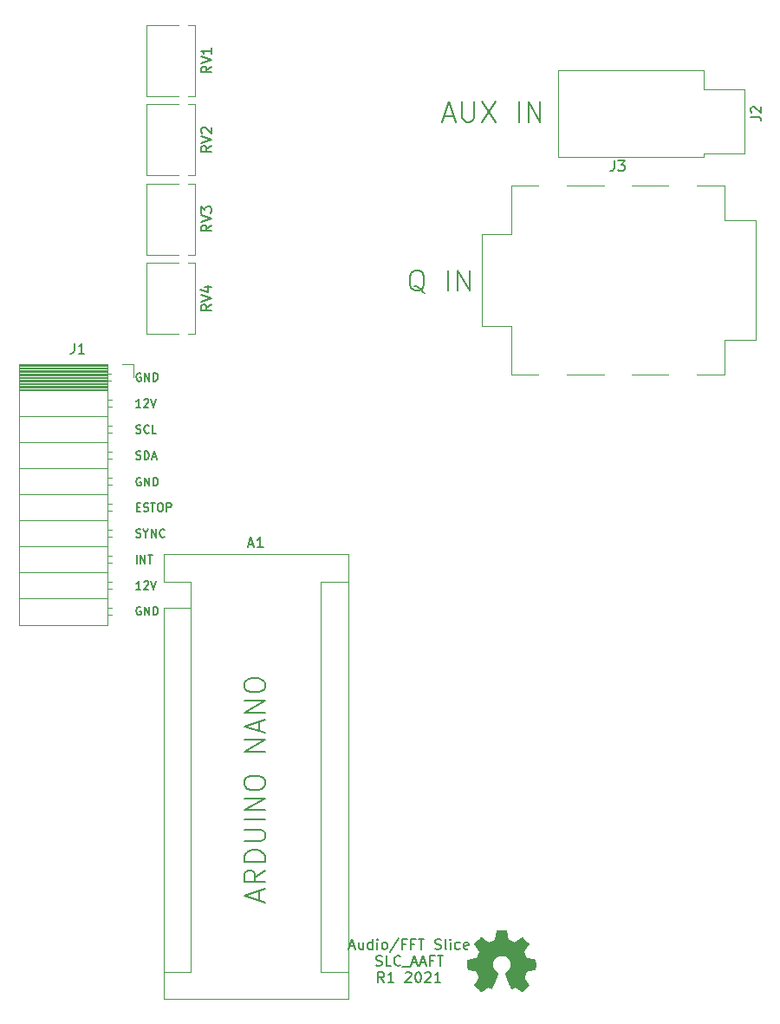
<source format=gbr>
%TF.GenerationSoftware,KiCad,Pcbnew,(6.0.4)*%
%TF.CreationDate,2023-07-24T12:51:13-04:00*%
%TF.ProjectId,BREAD_Slice,42524541-445f-4536-9c69-63652e6b6963,rev?*%
%TF.SameCoordinates,Original*%
%TF.FileFunction,Legend,Top*%
%TF.FilePolarity,Positive*%
%FSLAX46Y46*%
G04 Gerber Fmt 4.6, Leading zero omitted, Abs format (unit mm)*
G04 Created by KiCad (PCBNEW (6.0.4)) date 2023-07-24 12:51:13*
%MOMM*%
%LPD*%
G01*
G04 APERTURE LIST*
%ADD10C,0.150000*%
%ADD11C,0.120000*%
%ADD12C,0.010000*%
G04 APERTURE END LIST*
D10*
X130933334Y-84223809D02*
X131047619Y-84261904D01*
X131238095Y-84261904D01*
X131314286Y-84223809D01*
X131352381Y-84185714D01*
X131390476Y-84109523D01*
X131390476Y-84033333D01*
X131352381Y-83957142D01*
X131314286Y-83919047D01*
X131238095Y-83880952D01*
X131085715Y-83842857D01*
X131009524Y-83804761D01*
X130971429Y-83766666D01*
X130933334Y-83690476D01*
X130933334Y-83614285D01*
X130971429Y-83538095D01*
X131009524Y-83500000D01*
X131085715Y-83461904D01*
X131276191Y-83461904D01*
X131390476Y-83500000D01*
X132190476Y-84185714D02*
X132152381Y-84223809D01*
X132038095Y-84261904D01*
X131961905Y-84261904D01*
X131847619Y-84223809D01*
X131771429Y-84147619D01*
X131733334Y-84071428D01*
X131695238Y-83919047D01*
X131695238Y-83804761D01*
X131733334Y-83652380D01*
X131771429Y-83576190D01*
X131847619Y-83500000D01*
X131961905Y-83461904D01*
X132038095Y-83461904D01*
X132152381Y-83500000D01*
X132190476Y-83538095D01*
X132914286Y-84261904D02*
X132533334Y-84261904D01*
X132533334Y-83461904D01*
X151790475Y-134356666D02*
X152266665Y-134356666D01*
X151695237Y-134642380D02*
X152028570Y-133642380D01*
X152361903Y-134642380D01*
X153123808Y-133975714D02*
X153123808Y-134642380D01*
X152695237Y-133975714D02*
X152695237Y-134499523D01*
X152742856Y-134594761D01*
X152838094Y-134642380D01*
X152980951Y-134642380D01*
X153076189Y-134594761D01*
X153123808Y-134547142D01*
X154028570Y-134642380D02*
X154028570Y-133642380D01*
X154028570Y-134594761D02*
X153933332Y-134642380D01*
X153742856Y-134642380D01*
X153647618Y-134594761D01*
X153599999Y-134547142D01*
X153552379Y-134451904D01*
X153552379Y-134166190D01*
X153599999Y-134070952D01*
X153647618Y-134023333D01*
X153742856Y-133975714D01*
X153933332Y-133975714D01*
X154028570Y-134023333D01*
X154504760Y-134642380D02*
X154504760Y-133975714D01*
X154504760Y-133642380D02*
X154457141Y-133690000D01*
X154504760Y-133737619D01*
X154552379Y-133690000D01*
X154504760Y-133642380D01*
X154504760Y-133737619D01*
X155123808Y-134642380D02*
X155028570Y-134594761D01*
X154980951Y-134547142D01*
X154933332Y-134451904D01*
X154933332Y-134166190D01*
X154980951Y-134070952D01*
X155028570Y-134023333D01*
X155123808Y-133975714D01*
X155266665Y-133975714D01*
X155361903Y-134023333D01*
X155409522Y-134070952D01*
X155457141Y-134166190D01*
X155457141Y-134451904D01*
X155409522Y-134547142D01*
X155361903Y-134594761D01*
X155266665Y-134642380D01*
X155123808Y-134642380D01*
X156599999Y-133594761D02*
X155742856Y-134880476D01*
X157266665Y-134118571D02*
X156933332Y-134118571D01*
X156933332Y-134642380D02*
X156933332Y-133642380D01*
X157409522Y-133642380D01*
X158123808Y-134118571D02*
X157790475Y-134118571D01*
X157790475Y-134642380D02*
X157790475Y-133642380D01*
X158266665Y-133642380D01*
X158504760Y-133642380D02*
X159076189Y-133642380D01*
X158790475Y-134642380D02*
X158790475Y-133642380D01*
X160123808Y-134594761D02*
X160266665Y-134642380D01*
X160504760Y-134642380D01*
X160599999Y-134594761D01*
X160647618Y-134547142D01*
X160695237Y-134451904D01*
X160695237Y-134356666D01*
X160647618Y-134261428D01*
X160599999Y-134213809D01*
X160504760Y-134166190D01*
X160314284Y-134118571D01*
X160219046Y-134070952D01*
X160171427Y-134023333D01*
X160123808Y-133928095D01*
X160123808Y-133832857D01*
X160171427Y-133737619D01*
X160219046Y-133690000D01*
X160314284Y-133642380D01*
X160552379Y-133642380D01*
X160695237Y-133690000D01*
X161266665Y-134642380D02*
X161171427Y-134594761D01*
X161123808Y-134499523D01*
X161123808Y-133642380D01*
X161647618Y-134642380D02*
X161647618Y-133975714D01*
X161647618Y-133642380D02*
X161599999Y-133690000D01*
X161647618Y-133737619D01*
X161695237Y-133690000D01*
X161647618Y-133642380D01*
X161647618Y-133737619D01*
X162552379Y-134594761D02*
X162457141Y-134642380D01*
X162266665Y-134642380D01*
X162171427Y-134594761D01*
X162123808Y-134547142D01*
X162076189Y-134451904D01*
X162076189Y-134166190D01*
X162123808Y-134070952D01*
X162171427Y-134023333D01*
X162266665Y-133975714D01*
X162457141Y-133975714D01*
X162552379Y-134023333D01*
X163361903Y-134594761D02*
X163266665Y-134642380D01*
X163076189Y-134642380D01*
X162980951Y-134594761D01*
X162933332Y-134499523D01*
X162933332Y-134118571D01*
X162980951Y-134023333D01*
X163076189Y-133975714D01*
X163266665Y-133975714D01*
X163361903Y-134023333D01*
X163409522Y-134118571D01*
X163409522Y-134213809D01*
X162933332Y-134309047D01*
X154361903Y-136204761D02*
X154504760Y-136252380D01*
X154742856Y-136252380D01*
X154838094Y-136204761D01*
X154885713Y-136157142D01*
X154933332Y-136061904D01*
X154933332Y-135966666D01*
X154885713Y-135871428D01*
X154838094Y-135823809D01*
X154742856Y-135776190D01*
X154552379Y-135728571D01*
X154457141Y-135680952D01*
X154409522Y-135633333D01*
X154361903Y-135538095D01*
X154361903Y-135442857D01*
X154409522Y-135347619D01*
X154457141Y-135300000D01*
X154552379Y-135252380D01*
X154790475Y-135252380D01*
X154933332Y-135300000D01*
X155838094Y-136252380D02*
X155361903Y-136252380D01*
X155361903Y-135252380D01*
X156742856Y-136157142D02*
X156695237Y-136204761D01*
X156552379Y-136252380D01*
X156457141Y-136252380D01*
X156314284Y-136204761D01*
X156219046Y-136109523D01*
X156171427Y-136014285D01*
X156123808Y-135823809D01*
X156123808Y-135680952D01*
X156171427Y-135490476D01*
X156219046Y-135395238D01*
X156314284Y-135300000D01*
X156457141Y-135252380D01*
X156552379Y-135252380D01*
X156695237Y-135300000D01*
X156742856Y-135347619D01*
X156933332Y-136347619D02*
X157695237Y-136347619D01*
X157885713Y-135966666D02*
X158361903Y-135966666D01*
X157790475Y-136252380D02*
X158123808Y-135252380D01*
X158457141Y-136252380D01*
X158742856Y-135966666D02*
X159219046Y-135966666D01*
X158647618Y-136252380D02*
X158980951Y-135252380D01*
X159314284Y-136252380D01*
X159980951Y-135728571D02*
X159647618Y-135728571D01*
X159647618Y-136252380D02*
X159647618Y-135252380D01*
X160123808Y-135252380D01*
X160361903Y-135252380D02*
X160933332Y-135252380D01*
X160647618Y-136252380D02*
X160647618Y-135252380D01*
X155147618Y-137862380D02*
X154814284Y-137386190D01*
X154576189Y-137862380D02*
X154576189Y-136862380D01*
X154957141Y-136862380D01*
X155052379Y-136910000D01*
X155099999Y-136957619D01*
X155147618Y-137052857D01*
X155147618Y-137195714D01*
X155099999Y-137290952D01*
X155052379Y-137338571D01*
X154957141Y-137386190D01*
X154576189Y-137386190D01*
X156099999Y-137862380D02*
X155528570Y-137862380D01*
X155814284Y-137862380D02*
X155814284Y-136862380D01*
X155719046Y-137005238D01*
X155623808Y-137100476D01*
X155528570Y-137148095D01*
X157242856Y-136957619D02*
X157290475Y-136910000D01*
X157385713Y-136862380D01*
X157623808Y-136862380D01*
X157719046Y-136910000D01*
X157766665Y-136957619D01*
X157814284Y-137052857D01*
X157814284Y-137148095D01*
X157766665Y-137290952D01*
X157195237Y-137862380D01*
X157814284Y-137862380D01*
X158433332Y-136862380D02*
X158528570Y-136862380D01*
X158623808Y-136910000D01*
X158671427Y-136957619D01*
X158719046Y-137052857D01*
X158766665Y-137243333D01*
X158766665Y-137481428D01*
X158719046Y-137671904D01*
X158671427Y-137767142D01*
X158623808Y-137814761D01*
X158528570Y-137862380D01*
X158433332Y-137862380D01*
X158338094Y-137814761D01*
X158290475Y-137767142D01*
X158242856Y-137671904D01*
X158195237Y-137481428D01*
X158195237Y-137243333D01*
X158242856Y-137052857D01*
X158290475Y-136957619D01*
X158338094Y-136910000D01*
X158433332Y-136862380D01*
X159147618Y-136957619D02*
X159195237Y-136910000D01*
X159290475Y-136862380D01*
X159528570Y-136862380D01*
X159623808Y-136910000D01*
X159671427Y-136957619D01*
X159719046Y-137052857D01*
X159719046Y-137148095D01*
X159671427Y-137290952D01*
X159099999Y-137862380D01*
X159719046Y-137862380D01*
X160671427Y-137862380D02*
X160099999Y-137862380D01*
X160385713Y-137862380D02*
X160385713Y-136862380D01*
X160290475Y-137005238D01*
X160195237Y-137100476D01*
X160099999Y-137148095D01*
X131390476Y-88600000D02*
X131314285Y-88561904D01*
X131200000Y-88561904D01*
X131085714Y-88600000D01*
X131009523Y-88676190D01*
X130971428Y-88752380D01*
X130933333Y-88904761D01*
X130933333Y-89019047D01*
X130971428Y-89171428D01*
X131009523Y-89247619D01*
X131085714Y-89323809D01*
X131200000Y-89361904D01*
X131276190Y-89361904D01*
X131390476Y-89323809D01*
X131428571Y-89285714D01*
X131428571Y-89019047D01*
X131276190Y-89019047D01*
X131771428Y-89361904D02*
X131771428Y-88561904D01*
X132228571Y-89361904D01*
X132228571Y-88561904D01*
X132609523Y-89361904D02*
X132609523Y-88561904D01*
X132800000Y-88561904D01*
X132914285Y-88600000D01*
X132990476Y-88676190D01*
X133028571Y-88752380D01*
X133066666Y-88904761D01*
X133066666Y-89019047D01*
X133028571Y-89171428D01*
X132990476Y-89247619D01*
X132914285Y-89323809D01*
X132800000Y-89361904D01*
X132609523Y-89361904D01*
X130971428Y-91442857D02*
X131238095Y-91442857D01*
X131352380Y-91861904D02*
X130971428Y-91861904D01*
X130971428Y-91061904D01*
X131352380Y-91061904D01*
X131657142Y-91823809D02*
X131771428Y-91861904D01*
X131961904Y-91861904D01*
X132038095Y-91823809D01*
X132076190Y-91785714D01*
X132114285Y-91709523D01*
X132114285Y-91633333D01*
X132076190Y-91557142D01*
X132038095Y-91519047D01*
X131961904Y-91480952D01*
X131809523Y-91442857D01*
X131733333Y-91404761D01*
X131695238Y-91366666D01*
X131657142Y-91290476D01*
X131657142Y-91214285D01*
X131695238Y-91138095D01*
X131733333Y-91100000D01*
X131809523Y-91061904D01*
X131999999Y-91061904D01*
X132114285Y-91100000D01*
X132342857Y-91061904D02*
X132799999Y-91061904D01*
X132571428Y-91861904D02*
X132571428Y-91061904D01*
X133219047Y-91061904D02*
X133371428Y-91061904D01*
X133447619Y-91100000D01*
X133523809Y-91176190D01*
X133561904Y-91328571D01*
X133561904Y-91595238D01*
X133523809Y-91747619D01*
X133447619Y-91823809D01*
X133371428Y-91861904D01*
X133219047Y-91861904D01*
X133142857Y-91823809D01*
X133066666Y-91747619D01*
X133028571Y-91595238D01*
X133028571Y-91328571D01*
X133066666Y-91176190D01*
X133142857Y-91100000D01*
X133219047Y-91061904D01*
X133904761Y-91861904D02*
X133904761Y-91061904D01*
X134209523Y-91061904D01*
X134285714Y-91100000D01*
X134323809Y-91138095D01*
X134361904Y-91214285D01*
X134361904Y-91328571D01*
X134323809Y-91404761D01*
X134285714Y-91442857D01*
X134209523Y-91480952D01*
X133904761Y-91480952D01*
X131390476Y-81711904D02*
X130933334Y-81711904D01*
X131161905Y-81711904D02*
X131161905Y-80911904D01*
X131085715Y-81026190D01*
X131009524Y-81102380D01*
X130933334Y-81140476D01*
X131695238Y-80988095D02*
X131733334Y-80950000D01*
X131809524Y-80911904D01*
X132000000Y-80911904D01*
X132076191Y-80950000D01*
X132114286Y-80988095D01*
X132152381Y-81064285D01*
X132152381Y-81140476D01*
X132114286Y-81254761D01*
X131657143Y-81711904D01*
X132152381Y-81711904D01*
X132380953Y-80911904D02*
X132647619Y-81711904D01*
X132914286Y-80911904D01*
X130971428Y-96961904D02*
X130971428Y-96161904D01*
X131352380Y-96961904D02*
X131352380Y-96161904D01*
X131809523Y-96961904D01*
X131809523Y-96161904D01*
X132076190Y-96161904D02*
X132533333Y-96161904D01*
X132304761Y-96961904D02*
X132304761Y-96161904D01*
X130933333Y-94373809D02*
X131047619Y-94411904D01*
X131238095Y-94411904D01*
X131314286Y-94373809D01*
X131352381Y-94335714D01*
X131390476Y-94259523D01*
X131390476Y-94183333D01*
X131352381Y-94107142D01*
X131314286Y-94069047D01*
X131238095Y-94030952D01*
X131085714Y-93992857D01*
X131009524Y-93954761D01*
X130971429Y-93916666D01*
X130933333Y-93840476D01*
X130933333Y-93764285D01*
X130971429Y-93688095D01*
X131009524Y-93650000D01*
X131085714Y-93611904D01*
X131276190Y-93611904D01*
X131390476Y-93650000D01*
X131885714Y-94030952D02*
X131885714Y-94411904D01*
X131619048Y-93611904D02*
X131885714Y-94030952D01*
X132152381Y-93611904D01*
X132419048Y-94411904D02*
X132419048Y-93611904D01*
X132876190Y-94411904D01*
X132876190Y-93611904D01*
X133714286Y-94335714D02*
X133676190Y-94373809D01*
X133561905Y-94411904D01*
X133485714Y-94411904D01*
X133371429Y-94373809D01*
X133295238Y-94297619D01*
X133257143Y-94221428D01*
X133219048Y-94069047D01*
X133219048Y-93954761D01*
X133257143Y-93802380D01*
X133295238Y-93726190D01*
X133371429Y-93650000D01*
X133485714Y-93611904D01*
X133561905Y-93611904D01*
X133676190Y-93650000D01*
X133714286Y-93688095D01*
X159126190Y-70545238D02*
X158935714Y-70450000D01*
X158745238Y-70259523D01*
X158459523Y-69973809D01*
X158269047Y-69878571D01*
X158078571Y-69878571D01*
X158173809Y-70354761D02*
X157983333Y-70259523D01*
X157792857Y-70069047D01*
X157697619Y-69688095D01*
X157697619Y-69021428D01*
X157792857Y-68640476D01*
X157983333Y-68450000D01*
X158173809Y-68354761D01*
X158554761Y-68354761D01*
X158745238Y-68450000D01*
X158935714Y-68640476D01*
X159030952Y-69021428D01*
X159030952Y-69688095D01*
X158935714Y-70069047D01*
X158745238Y-70259523D01*
X158554761Y-70354761D01*
X158173809Y-70354761D01*
X161411904Y-70354761D02*
X161411904Y-68354761D01*
X162364285Y-70354761D02*
X162364285Y-68354761D01*
X163507142Y-70354761D01*
X163507142Y-68354761D01*
X131390476Y-101250000D02*
X131314285Y-101211904D01*
X131200000Y-101211904D01*
X131085714Y-101250000D01*
X131009523Y-101326190D01*
X130971428Y-101402380D01*
X130933333Y-101554761D01*
X130933333Y-101669047D01*
X130971428Y-101821428D01*
X131009523Y-101897619D01*
X131085714Y-101973809D01*
X131200000Y-102011904D01*
X131276190Y-102011904D01*
X131390476Y-101973809D01*
X131428571Y-101935714D01*
X131428571Y-101669047D01*
X131276190Y-101669047D01*
X131771428Y-102011904D02*
X131771428Y-101211904D01*
X132228571Y-102011904D01*
X132228571Y-101211904D01*
X132609523Y-102011904D02*
X132609523Y-101211904D01*
X132800000Y-101211904D01*
X132914285Y-101250000D01*
X132990476Y-101326190D01*
X133028571Y-101402380D01*
X133066666Y-101554761D01*
X133066666Y-101669047D01*
X133028571Y-101821428D01*
X132990476Y-101897619D01*
X132914285Y-101973809D01*
X132800000Y-102011904D01*
X132609523Y-102011904D01*
X160988095Y-53283333D02*
X161940476Y-53283333D01*
X160797619Y-53854761D02*
X161464285Y-51854761D01*
X162130952Y-53854761D01*
X162797619Y-51854761D02*
X162797619Y-53473809D01*
X162892857Y-53664285D01*
X162988095Y-53759523D01*
X163178571Y-53854761D01*
X163559523Y-53854761D01*
X163750000Y-53759523D01*
X163845238Y-53664285D01*
X163940476Y-53473809D01*
X163940476Y-51854761D01*
X164702380Y-51854761D02*
X166035714Y-53854761D01*
X166035714Y-51854761D02*
X164702380Y-53854761D01*
X168321428Y-53854761D02*
X168321428Y-51854761D01*
X169273809Y-53854761D02*
X169273809Y-51854761D01*
X170416666Y-53854761D01*
X170416666Y-51854761D01*
X131390476Y-99511904D02*
X130933334Y-99511904D01*
X131161905Y-99511904D02*
X131161905Y-98711904D01*
X131085715Y-98826190D01*
X131009524Y-98902380D01*
X130933334Y-98940476D01*
X131695238Y-98788095D02*
X131733334Y-98750000D01*
X131809524Y-98711904D01*
X132000000Y-98711904D01*
X132076191Y-98750000D01*
X132114286Y-98788095D01*
X132152381Y-98864285D01*
X132152381Y-98940476D01*
X132114286Y-99054761D01*
X131657143Y-99511904D01*
X132152381Y-99511904D01*
X132380953Y-98711904D02*
X132647619Y-99511904D01*
X132914286Y-98711904D01*
X142943333Y-129907142D02*
X142943333Y-128954761D01*
X143514761Y-130097619D02*
X141514761Y-129430952D01*
X143514761Y-128764285D01*
X143514761Y-126954761D02*
X142562380Y-127621428D01*
X143514761Y-128097619D02*
X141514761Y-128097619D01*
X141514761Y-127335714D01*
X141610000Y-127145238D01*
X141705238Y-127050000D01*
X141895714Y-126954761D01*
X142181428Y-126954761D01*
X142371904Y-127050000D01*
X142467142Y-127145238D01*
X142562380Y-127335714D01*
X142562380Y-128097619D01*
X143514761Y-126097619D02*
X141514761Y-126097619D01*
X141514761Y-125621428D01*
X141610000Y-125335714D01*
X141800476Y-125145238D01*
X141990952Y-125050000D01*
X142371904Y-124954761D01*
X142657619Y-124954761D01*
X143038571Y-125050000D01*
X143229047Y-125145238D01*
X143419523Y-125335714D01*
X143514761Y-125621428D01*
X143514761Y-126097619D01*
X141514761Y-124097619D02*
X143133809Y-124097619D01*
X143324285Y-124002380D01*
X143419523Y-123907142D01*
X143514761Y-123716666D01*
X143514761Y-123335714D01*
X143419523Y-123145238D01*
X143324285Y-123050000D01*
X143133809Y-122954761D01*
X141514761Y-122954761D01*
X143514761Y-122002380D02*
X141514761Y-122002380D01*
X143514761Y-121050000D02*
X141514761Y-121050000D01*
X143514761Y-119907142D01*
X141514761Y-119907142D01*
X141514761Y-118573809D02*
X141514761Y-118192857D01*
X141610000Y-118002380D01*
X141800476Y-117811904D01*
X142181428Y-117716666D01*
X142848095Y-117716666D01*
X143229047Y-117811904D01*
X143419523Y-118002380D01*
X143514761Y-118192857D01*
X143514761Y-118573809D01*
X143419523Y-118764285D01*
X143229047Y-118954761D01*
X142848095Y-119050000D01*
X142181428Y-119050000D01*
X141800476Y-118954761D01*
X141610000Y-118764285D01*
X141514761Y-118573809D01*
X143514761Y-115335714D02*
X141514761Y-115335714D01*
X143514761Y-114192857D01*
X141514761Y-114192857D01*
X142943333Y-113335714D02*
X142943333Y-112383333D01*
X143514761Y-113526190D02*
X141514761Y-112859523D01*
X143514761Y-112192857D01*
X143514761Y-111526190D02*
X141514761Y-111526190D01*
X143514761Y-110383333D01*
X141514761Y-110383333D01*
X141514761Y-109050000D02*
X141514761Y-108669047D01*
X141610000Y-108478571D01*
X141800476Y-108288095D01*
X142181428Y-108192857D01*
X142848095Y-108192857D01*
X143229047Y-108288095D01*
X143419523Y-108478571D01*
X143514761Y-108669047D01*
X143514761Y-109050000D01*
X143419523Y-109240476D01*
X143229047Y-109430952D01*
X142848095Y-109526190D01*
X142181428Y-109526190D01*
X141800476Y-109430952D01*
X141610000Y-109240476D01*
X141514761Y-109050000D01*
X130933333Y-86773809D02*
X131047619Y-86811904D01*
X131238095Y-86811904D01*
X131314285Y-86773809D01*
X131352381Y-86735714D01*
X131390476Y-86659523D01*
X131390476Y-86583333D01*
X131352381Y-86507142D01*
X131314285Y-86469047D01*
X131238095Y-86430952D01*
X131085714Y-86392857D01*
X131009523Y-86354761D01*
X130971428Y-86316666D01*
X130933333Y-86240476D01*
X130933333Y-86164285D01*
X130971428Y-86088095D01*
X131009523Y-86050000D01*
X131085714Y-86011904D01*
X131276190Y-86011904D01*
X131390476Y-86050000D01*
X131733333Y-86811904D02*
X131733333Y-86011904D01*
X131923809Y-86011904D01*
X132038095Y-86050000D01*
X132114285Y-86126190D01*
X132152381Y-86202380D01*
X132190476Y-86354761D01*
X132190476Y-86469047D01*
X132152381Y-86621428D01*
X132114285Y-86697619D01*
X132038095Y-86773809D01*
X131923809Y-86811904D01*
X131733333Y-86811904D01*
X132495238Y-86583333D02*
X132876190Y-86583333D01*
X132419047Y-86811904D02*
X132685714Y-86011904D01*
X132952381Y-86811904D01*
X131390476Y-78400000D02*
X131314285Y-78361904D01*
X131200000Y-78361904D01*
X131085714Y-78400000D01*
X131009523Y-78476190D01*
X130971428Y-78552380D01*
X130933333Y-78704761D01*
X130933333Y-78819047D01*
X130971428Y-78971428D01*
X131009523Y-79047619D01*
X131085714Y-79123809D01*
X131200000Y-79161904D01*
X131276190Y-79161904D01*
X131390476Y-79123809D01*
X131428571Y-79085714D01*
X131428571Y-78819047D01*
X131276190Y-78819047D01*
X131771428Y-79161904D02*
X131771428Y-78361904D01*
X132228571Y-79161904D01*
X132228571Y-78361904D01*
X132609523Y-79161904D02*
X132609523Y-78361904D01*
X132800000Y-78361904D01*
X132914285Y-78400000D01*
X132990476Y-78476190D01*
X133028571Y-78552380D01*
X133066666Y-78704761D01*
X133066666Y-78819047D01*
X133028571Y-78971428D01*
X132990476Y-79047619D01*
X132914285Y-79123809D01*
X132800000Y-79161904D01*
X132609523Y-79161904D01*
%TO.C,A1*%
X141905714Y-95086666D02*
X142381904Y-95086666D01*
X141810476Y-95372380D02*
X142143809Y-94372380D01*
X142477142Y-95372380D01*
X143334285Y-95372380D02*
X142762857Y-95372380D01*
X143048571Y-95372380D02*
X143048571Y-94372380D01*
X142953333Y-94515238D01*
X142858095Y-94610476D01*
X142762857Y-94658095D01*
%TO.C,J1*%
X124886666Y-75482380D02*
X124886666Y-76196666D01*
X124839047Y-76339523D01*
X124743809Y-76434761D01*
X124600952Y-76482380D01*
X124505714Y-76482380D01*
X125886666Y-76482380D02*
X125315238Y-76482380D01*
X125600952Y-76482380D02*
X125600952Y-75482380D01*
X125505714Y-75625238D01*
X125410476Y-75720476D01*
X125315238Y-75768095D01*
%TO.C,J3*%
X177638666Y-57639380D02*
X177638666Y-58353666D01*
X177591047Y-58496523D01*
X177495809Y-58591761D01*
X177352952Y-58639380D01*
X177257714Y-58639380D01*
X178019619Y-57639380D02*
X178638666Y-57639380D01*
X178305333Y-58020333D01*
X178448190Y-58020333D01*
X178543428Y-58067952D01*
X178591047Y-58115571D01*
X178638666Y-58210809D01*
X178638666Y-58448904D01*
X178591047Y-58544142D01*
X178543428Y-58591761D01*
X178448190Y-58639380D01*
X178162476Y-58639380D01*
X178067238Y-58591761D01*
X178019619Y-58544142D01*
%TO.C,RV1*%
X138276380Y-48447238D02*
X137800190Y-48780571D01*
X138276380Y-49018666D02*
X137276380Y-49018666D01*
X137276380Y-48637714D01*
X137324000Y-48542476D01*
X137371619Y-48494857D01*
X137466857Y-48447238D01*
X137609714Y-48447238D01*
X137704952Y-48494857D01*
X137752571Y-48542476D01*
X137800190Y-48637714D01*
X137800190Y-49018666D01*
X137276380Y-48161523D02*
X138276380Y-47828190D01*
X137276380Y-47494857D01*
X138276380Y-46637714D02*
X138276380Y-47209142D01*
X138276380Y-46923428D02*
X137276380Y-46923428D01*
X137419238Y-47018666D01*
X137514476Y-47113904D01*
X137562095Y-47209142D01*
%TO.C,RV2*%
X138276380Y-56194238D02*
X137800190Y-56527571D01*
X138276380Y-56765666D02*
X137276380Y-56765666D01*
X137276380Y-56384714D01*
X137324000Y-56289476D01*
X137371619Y-56241857D01*
X137466857Y-56194238D01*
X137609714Y-56194238D01*
X137704952Y-56241857D01*
X137752571Y-56289476D01*
X137800190Y-56384714D01*
X137800190Y-56765666D01*
X137276380Y-55908523D02*
X138276380Y-55575190D01*
X137276380Y-55241857D01*
X137371619Y-54956142D02*
X137324000Y-54908523D01*
X137276380Y-54813285D01*
X137276380Y-54575190D01*
X137324000Y-54479952D01*
X137371619Y-54432333D01*
X137466857Y-54384714D01*
X137562095Y-54384714D01*
X137704952Y-54432333D01*
X138276380Y-55003761D01*
X138276380Y-54384714D01*
%TO.C,RV3*%
X138276380Y-63941238D02*
X137800190Y-64274571D01*
X138276380Y-64512666D02*
X137276380Y-64512666D01*
X137276380Y-64131714D01*
X137324000Y-64036476D01*
X137371619Y-63988857D01*
X137466857Y-63941238D01*
X137609714Y-63941238D01*
X137704952Y-63988857D01*
X137752571Y-64036476D01*
X137800190Y-64131714D01*
X137800190Y-64512666D01*
X137276380Y-63655523D02*
X138276380Y-63322190D01*
X137276380Y-62988857D01*
X137276380Y-62750761D02*
X137276380Y-62131714D01*
X137657333Y-62465047D01*
X137657333Y-62322190D01*
X137704952Y-62226952D01*
X137752571Y-62179333D01*
X137847809Y-62131714D01*
X138085904Y-62131714D01*
X138181142Y-62179333D01*
X138228761Y-62226952D01*
X138276380Y-62322190D01*
X138276380Y-62607904D01*
X138228761Y-62703142D01*
X138181142Y-62750761D01*
%TO.C,RV4*%
X138276380Y-71688238D02*
X137800190Y-72021571D01*
X138276380Y-72259666D02*
X137276380Y-72259666D01*
X137276380Y-71878714D01*
X137324000Y-71783476D01*
X137371619Y-71735857D01*
X137466857Y-71688238D01*
X137609714Y-71688238D01*
X137704952Y-71735857D01*
X137752571Y-71783476D01*
X137800190Y-71878714D01*
X137800190Y-72259666D01*
X137276380Y-71402523D02*
X138276380Y-71069190D01*
X137276380Y-70735857D01*
X137609714Y-69973952D02*
X138276380Y-69973952D01*
X137228761Y-70212047D02*
X137943047Y-70450142D01*
X137943047Y-69831095D01*
%TO.C,J2*%
X190986380Y-53365333D02*
X191700666Y-53365333D01*
X191843523Y-53412952D01*
X191938761Y-53508190D01*
X191986380Y-53651047D01*
X191986380Y-53746285D01*
X191081619Y-52936761D02*
X191034000Y-52889142D01*
X190986380Y-52793904D01*
X190986380Y-52555809D01*
X191034000Y-52460571D01*
X191081619Y-52412952D01*
X191176857Y-52365333D01*
X191272095Y-52365333D01*
X191414952Y-52412952D01*
X191986380Y-52984380D01*
X191986380Y-52365333D01*
D11*
%TO.C,A1*%
X148970000Y-98730000D02*
X151640000Y-98730000D01*
X136270000Y-101270000D02*
X136270000Y-98730000D01*
X136270000Y-98730000D02*
X133600000Y-98730000D01*
X133600000Y-101270000D02*
X133600000Y-139500000D01*
X148970000Y-136830000D02*
X151640000Y-136830000D01*
X151640000Y-96060000D02*
X133600000Y-96060000D01*
X133600000Y-139500000D02*
X151640000Y-139500000D01*
X136270000Y-136830000D02*
X133600000Y-136830000D01*
X136270000Y-101270000D02*
X136270000Y-136830000D01*
X151640000Y-139500000D02*
X151640000Y-96060000D01*
X148970000Y-98730000D02*
X148970000Y-136830000D01*
X136270000Y-101270000D02*
X133600000Y-101270000D01*
X133600000Y-96060000D02*
X133600000Y-98730000D01*
%TO.C,J1*%
X119510000Y-77708095D02*
X128140000Y-77708095D01*
X128140000Y-98760000D02*
X128550000Y-98760000D01*
X119510000Y-79125235D02*
X128140000Y-79125235D01*
X119510000Y-87690000D02*
X128140000Y-87690000D01*
X128140000Y-96940000D02*
X128550000Y-96940000D01*
X128140000Y-101300000D02*
X128550000Y-101300000D01*
X119510000Y-82610000D02*
X128140000Y-82610000D01*
X119510000Y-79243330D02*
X128140000Y-79243330D01*
X119510000Y-92770000D02*
X128140000Y-92770000D01*
X119510000Y-79007140D02*
X128140000Y-79007140D01*
X119510000Y-78062380D02*
X128140000Y-78062380D01*
X119510000Y-78298570D02*
X128140000Y-78298570D01*
X119510000Y-100390000D02*
X128140000Y-100390000D01*
X119510000Y-97850000D02*
X128140000Y-97850000D01*
X119510000Y-78652855D02*
X128140000Y-78652855D01*
X128140000Y-91860000D02*
X128550000Y-91860000D01*
X119510000Y-78770950D02*
X128140000Y-78770950D01*
X128140000Y-79160000D02*
X128490000Y-79160000D01*
X128140000Y-86060000D02*
X128550000Y-86060000D01*
X119510000Y-80070000D02*
X128140000Y-80070000D01*
X130710000Y-77470000D02*
X130710000Y-78800000D01*
X119510000Y-79479520D02*
X128140000Y-79479520D01*
X119510000Y-79361425D02*
X128140000Y-79361425D01*
X129600000Y-77470000D02*
X130710000Y-77470000D01*
X128140000Y-84240000D02*
X128550000Y-84240000D01*
X128140000Y-78440000D02*
X128490000Y-78440000D01*
X119510000Y-85150000D02*
X128140000Y-85150000D01*
X119510000Y-77590000D02*
X128140000Y-77590000D01*
X128140000Y-77470000D02*
X128140000Y-102990000D01*
X128140000Y-83520000D02*
X128550000Y-83520000D01*
X119510000Y-77826190D02*
X128140000Y-77826190D01*
X128140000Y-96220000D02*
X128550000Y-96220000D01*
X128140000Y-81700000D02*
X128550000Y-81700000D01*
X119510000Y-79597615D02*
X128140000Y-79597615D01*
X119510000Y-77470000D02*
X119510000Y-102990000D01*
X119510000Y-90230000D02*
X128140000Y-90230000D01*
X119510000Y-78889045D02*
X128140000Y-78889045D01*
X119510000Y-78180475D02*
X128140000Y-78180475D01*
X119510000Y-77470000D02*
X128140000Y-77470000D01*
X128140000Y-80980000D02*
X128550000Y-80980000D01*
X119510000Y-102990000D02*
X128140000Y-102990000D01*
X119510000Y-77944285D02*
X128140000Y-77944285D01*
X128140000Y-88600000D02*
X128550000Y-88600000D01*
X119510000Y-79833805D02*
X128140000Y-79833805D01*
X119510000Y-95310000D02*
X128140000Y-95310000D01*
X119510000Y-79715710D02*
X128140000Y-79715710D01*
X128140000Y-102020000D02*
X128550000Y-102020000D01*
X128140000Y-94400000D02*
X128550000Y-94400000D01*
X128140000Y-99480000D02*
X128550000Y-99480000D01*
X128140000Y-93680000D02*
X128550000Y-93680000D01*
X119510000Y-78534760D02*
X128140000Y-78534760D01*
X128140000Y-89320000D02*
X128550000Y-89320000D01*
X119510000Y-78416665D02*
X128140000Y-78416665D01*
X128140000Y-91140000D02*
X128550000Y-91140000D01*
X119510000Y-79951900D02*
X128140000Y-79951900D01*
X128140000Y-86780000D02*
X128550000Y-86780000D01*
%TO.C,Logo1*%
G36*
X167155814Y-133268931D02*
G01*
X167239635Y-133713555D01*
X167548920Y-133841053D01*
X167858206Y-133968551D01*
X168229246Y-133716246D01*
X168333157Y-133645996D01*
X168427087Y-133583272D01*
X168506652Y-133530938D01*
X168567470Y-133491857D01*
X168605157Y-133468893D01*
X168615421Y-133463942D01*
X168633910Y-133476676D01*
X168673420Y-133511882D01*
X168729522Y-133565062D01*
X168797787Y-133631718D01*
X168873786Y-133707354D01*
X168953092Y-133787472D01*
X169031275Y-133867574D01*
X169103907Y-133943164D01*
X169166559Y-134009745D01*
X169214803Y-134062818D01*
X169244210Y-134097887D01*
X169251241Y-134109623D01*
X169241123Y-134131260D01*
X169212759Y-134178662D01*
X169169129Y-134247193D01*
X169113218Y-134332215D01*
X169048006Y-134429093D01*
X169010219Y-134484350D01*
X168941343Y-134585248D01*
X168880140Y-134676299D01*
X168829578Y-134752970D01*
X168792628Y-134810728D01*
X168772258Y-134845043D01*
X168769197Y-134852254D01*
X168776136Y-134872748D01*
X168795051Y-134920513D01*
X168823087Y-134988832D01*
X168857391Y-135070989D01*
X168895109Y-135160270D01*
X168933387Y-135249958D01*
X168969370Y-135333338D01*
X169000206Y-135403694D01*
X169023039Y-135454310D01*
X169035017Y-135478471D01*
X169035724Y-135479422D01*
X169054531Y-135484036D01*
X169104618Y-135494328D01*
X169180793Y-135509287D01*
X169277865Y-135527901D01*
X169390643Y-135549159D01*
X169456442Y-135561418D01*
X169576950Y-135584362D01*
X169685797Y-135606195D01*
X169777476Y-135625722D01*
X169846481Y-135641748D01*
X169887304Y-135653079D01*
X169895511Y-135656674D01*
X169903548Y-135681006D01*
X169910033Y-135735959D01*
X169914970Y-135815108D01*
X169918364Y-135912026D01*
X169920218Y-136020287D01*
X169920538Y-136133465D01*
X169919327Y-136245135D01*
X169916590Y-136348868D01*
X169912331Y-136438241D01*
X169906555Y-136506826D01*
X169899267Y-136548197D01*
X169894895Y-136556810D01*
X169868764Y-136567133D01*
X169813393Y-136581892D01*
X169736107Y-136599352D01*
X169644230Y-136617780D01*
X169612158Y-136623741D01*
X169457524Y-136652066D01*
X169335375Y-136674876D01*
X169241673Y-136693080D01*
X169172384Y-136707583D01*
X169123471Y-136719292D01*
X169090897Y-136729115D01*
X169070628Y-136737956D01*
X169058626Y-136746724D01*
X169056947Y-136748457D01*
X169040184Y-136776371D01*
X169014614Y-136830695D01*
X168982788Y-136904777D01*
X168947260Y-136991965D01*
X168910583Y-137085608D01*
X168875311Y-137179052D01*
X168843996Y-137265647D01*
X168819193Y-137338740D01*
X168803454Y-137391678D01*
X168799332Y-137417811D01*
X168799676Y-137418726D01*
X168813641Y-137440086D01*
X168845322Y-137487084D01*
X168891391Y-137554827D01*
X168948518Y-137638423D01*
X169013373Y-137732982D01*
X169031843Y-137759854D01*
X169097699Y-137857275D01*
X169155650Y-137946163D01*
X169202538Y-138021412D01*
X169235207Y-138077920D01*
X169250500Y-138110581D01*
X169251241Y-138114593D01*
X169238392Y-138135684D01*
X169202888Y-138177464D01*
X169149293Y-138235445D01*
X169082171Y-138305135D01*
X169006087Y-138382045D01*
X168925604Y-138461683D01*
X168845287Y-138539561D01*
X168769699Y-138611186D01*
X168703405Y-138672070D01*
X168650969Y-138717721D01*
X168616955Y-138743650D01*
X168607545Y-138747883D01*
X168585643Y-138737912D01*
X168540800Y-138711020D01*
X168480321Y-138671736D01*
X168433789Y-138640117D01*
X168349475Y-138582098D01*
X168249626Y-138513784D01*
X168149473Y-138445579D01*
X168095627Y-138409075D01*
X167913371Y-138285800D01*
X167760381Y-138368520D01*
X167690682Y-138404759D01*
X167631414Y-138432926D01*
X167591311Y-138448991D01*
X167581103Y-138451226D01*
X167568829Y-138434722D01*
X167544613Y-138388082D01*
X167510263Y-138315609D01*
X167467588Y-138221606D01*
X167418394Y-138110374D01*
X167364490Y-137986215D01*
X167307684Y-137853432D01*
X167249782Y-137716327D01*
X167192593Y-137579202D01*
X167137924Y-137446358D01*
X167087584Y-137322098D01*
X167043380Y-137210725D01*
X167007119Y-137116539D01*
X166980609Y-137043844D01*
X166965658Y-136996941D01*
X166963254Y-136980833D01*
X166982311Y-136960286D01*
X167024036Y-136926933D01*
X167079706Y-136887702D01*
X167084378Y-136884599D01*
X167228264Y-136769423D01*
X167344283Y-136635053D01*
X167431430Y-136485784D01*
X167488699Y-136325913D01*
X167515086Y-136159737D01*
X167509585Y-135991552D01*
X167471190Y-135825655D01*
X167398895Y-135666342D01*
X167377626Y-135631487D01*
X167266996Y-135490737D01*
X167136302Y-135377714D01*
X166990064Y-135293003D01*
X166832808Y-135237194D01*
X166669057Y-135210874D01*
X166503333Y-135214630D01*
X166340162Y-135249050D01*
X166184065Y-135314723D01*
X166039567Y-135412235D01*
X165994869Y-135451813D01*
X165881112Y-135575703D01*
X165798218Y-135706124D01*
X165741356Y-135852315D01*
X165709687Y-135997088D01*
X165701869Y-136159860D01*
X165727938Y-136323440D01*
X165785245Y-136482298D01*
X165871144Y-136630906D01*
X165982986Y-136763735D01*
X166118123Y-136875256D01*
X166135883Y-136887011D01*
X166192150Y-136925508D01*
X166234923Y-136958863D01*
X166255372Y-136980160D01*
X166255669Y-136980833D01*
X166251279Y-137003871D01*
X166233876Y-137056157D01*
X166205268Y-137133390D01*
X166167265Y-137231268D01*
X166121674Y-137345491D01*
X166070303Y-137471758D01*
X166014962Y-137605767D01*
X165957458Y-137743218D01*
X165899601Y-137879808D01*
X165843198Y-138011237D01*
X165790058Y-138133205D01*
X165741990Y-138241409D01*
X165700801Y-138331549D01*
X165668301Y-138399323D01*
X165646297Y-138440430D01*
X165637436Y-138451226D01*
X165610360Y-138442819D01*
X165559697Y-138420272D01*
X165494183Y-138387613D01*
X165458159Y-138368520D01*
X165305168Y-138285800D01*
X165122912Y-138409075D01*
X165029875Y-138472228D01*
X164928015Y-138541727D01*
X164832562Y-138607165D01*
X164784750Y-138640117D01*
X164717505Y-138685273D01*
X164660564Y-138721057D01*
X164621354Y-138742938D01*
X164608619Y-138747563D01*
X164590083Y-138735085D01*
X164549059Y-138700252D01*
X164489525Y-138646678D01*
X164415458Y-138577983D01*
X164330835Y-138497781D01*
X164277315Y-138446286D01*
X164183681Y-138354286D01*
X164102759Y-138271999D01*
X164037823Y-138202945D01*
X163992142Y-138150644D01*
X163968989Y-138118616D01*
X163966768Y-138112116D01*
X163977076Y-138087394D01*
X164005561Y-138037405D01*
X164049063Y-137967212D01*
X164104423Y-137881875D01*
X164168480Y-137786456D01*
X164186697Y-137759854D01*
X164253073Y-137663167D01*
X164312622Y-137576117D01*
X164362016Y-137503595D01*
X164397925Y-137450493D01*
X164417019Y-137421703D01*
X164418864Y-137418726D01*
X164416105Y-137395782D01*
X164401462Y-137345336D01*
X164377487Y-137274041D01*
X164346734Y-137188547D01*
X164311756Y-137095507D01*
X164275107Y-137001574D01*
X164239339Y-136913399D01*
X164207006Y-136837634D01*
X164180662Y-136780931D01*
X164162858Y-136749943D01*
X164161593Y-136748457D01*
X164150706Y-136739601D01*
X164132318Y-136730843D01*
X164102394Y-136721277D01*
X164056897Y-136709996D01*
X163991791Y-136696093D01*
X163903039Y-136678663D01*
X163786607Y-136656798D01*
X163638458Y-136629591D01*
X163606382Y-136623741D01*
X163511314Y-136605374D01*
X163428435Y-136587405D01*
X163365070Y-136571569D01*
X163328542Y-136559600D01*
X163323644Y-136556810D01*
X163315573Y-136532072D01*
X163309013Y-136476790D01*
X163303967Y-136397389D01*
X163300441Y-136300296D01*
X163298439Y-136191938D01*
X163297964Y-136078740D01*
X163299023Y-135967128D01*
X163301618Y-135863529D01*
X163305754Y-135774368D01*
X163311437Y-135706072D01*
X163318669Y-135665066D01*
X163323029Y-135656674D01*
X163347302Y-135648208D01*
X163402574Y-135634435D01*
X163483338Y-135616550D01*
X163584088Y-135595748D01*
X163699317Y-135573223D01*
X163762098Y-135561418D01*
X163881213Y-135539151D01*
X163987435Y-135518979D01*
X164075573Y-135501915D01*
X164140434Y-135488969D01*
X164176826Y-135481155D01*
X164182816Y-135479422D01*
X164192939Y-135459890D01*
X164214338Y-135412843D01*
X164244161Y-135345003D01*
X164279555Y-135263091D01*
X164317668Y-135173828D01*
X164355647Y-135083935D01*
X164390640Y-135000135D01*
X164419794Y-134929147D01*
X164440257Y-134877694D01*
X164449177Y-134852497D01*
X164449343Y-134851396D01*
X164439231Y-134831519D01*
X164410883Y-134785777D01*
X164367277Y-134718717D01*
X164311394Y-134634884D01*
X164246213Y-134538826D01*
X164208321Y-134483650D01*
X164139275Y-134382481D01*
X164077950Y-134290630D01*
X164027337Y-134212744D01*
X163990429Y-134153469D01*
X163970218Y-134117451D01*
X163967299Y-134109377D01*
X163979847Y-134090584D01*
X164014537Y-134050457D01*
X164066937Y-133993493D01*
X164132616Y-133924185D01*
X164207144Y-133847031D01*
X164286087Y-133766525D01*
X164365017Y-133687163D01*
X164439500Y-133613440D01*
X164505106Y-133549852D01*
X164557404Y-133500894D01*
X164591961Y-133471061D01*
X164603522Y-133463942D01*
X164622346Y-133473953D01*
X164667369Y-133502078D01*
X164734213Y-133545454D01*
X164818501Y-133601218D01*
X164915856Y-133666506D01*
X164989293Y-133716246D01*
X165360333Y-133968551D01*
X165978905Y-133713555D01*
X166062725Y-133268931D01*
X166146546Y-132824307D01*
X167071994Y-132824307D01*
X167155814Y-133268931D01*
G37*
D12*
X167155814Y-133268931D02*
X167239635Y-133713555D01*
X167548920Y-133841053D01*
X167858206Y-133968551D01*
X168229246Y-133716246D01*
X168333157Y-133645996D01*
X168427087Y-133583272D01*
X168506652Y-133530938D01*
X168567470Y-133491857D01*
X168605157Y-133468893D01*
X168615421Y-133463942D01*
X168633910Y-133476676D01*
X168673420Y-133511882D01*
X168729522Y-133565062D01*
X168797787Y-133631718D01*
X168873786Y-133707354D01*
X168953092Y-133787472D01*
X169031275Y-133867574D01*
X169103907Y-133943164D01*
X169166559Y-134009745D01*
X169214803Y-134062818D01*
X169244210Y-134097887D01*
X169251241Y-134109623D01*
X169241123Y-134131260D01*
X169212759Y-134178662D01*
X169169129Y-134247193D01*
X169113218Y-134332215D01*
X169048006Y-134429093D01*
X169010219Y-134484350D01*
X168941343Y-134585248D01*
X168880140Y-134676299D01*
X168829578Y-134752970D01*
X168792628Y-134810728D01*
X168772258Y-134845043D01*
X168769197Y-134852254D01*
X168776136Y-134872748D01*
X168795051Y-134920513D01*
X168823087Y-134988832D01*
X168857391Y-135070989D01*
X168895109Y-135160270D01*
X168933387Y-135249958D01*
X168969370Y-135333338D01*
X169000206Y-135403694D01*
X169023039Y-135454310D01*
X169035017Y-135478471D01*
X169035724Y-135479422D01*
X169054531Y-135484036D01*
X169104618Y-135494328D01*
X169180793Y-135509287D01*
X169277865Y-135527901D01*
X169390643Y-135549159D01*
X169456442Y-135561418D01*
X169576950Y-135584362D01*
X169685797Y-135606195D01*
X169777476Y-135625722D01*
X169846481Y-135641748D01*
X169887304Y-135653079D01*
X169895511Y-135656674D01*
X169903548Y-135681006D01*
X169910033Y-135735959D01*
X169914970Y-135815108D01*
X169918364Y-135912026D01*
X169920218Y-136020287D01*
X169920538Y-136133465D01*
X169919327Y-136245135D01*
X169916590Y-136348868D01*
X169912331Y-136438241D01*
X169906555Y-136506826D01*
X169899267Y-136548197D01*
X169894895Y-136556810D01*
X169868764Y-136567133D01*
X169813393Y-136581892D01*
X169736107Y-136599352D01*
X169644230Y-136617780D01*
X169612158Y-136623741D01*
X169457524Y-136652066D01*
X169335375Y-136674876D01*
X169241673Y-136693080D01*
X169172384Y-136707583D01*
X169123471Y-136719292D01*
X169090897Y-136729115D01*
X169070628Y-136737956D01*
X169058626Y-136746724D01*
X169056947Y-136748457D01*
X169040184Y-136776371D01*
X169014614Y-136830695D01*
X168982788Y-136904777D01*
X168947260Y-136991965D01*
X168910583Y-137085608D01*
X168875311Y-137179052D01*
X168843996Y-137265647D01*
X168819193Y-137338740D01*
X168803454Y-137391678D01*
X168799332Y-137417811D01*
X168799676Y-137418726D01*
X168813641Y-137440086D01*
X168845322Y-137487084D01*
X168891391Y-137554827D01*
X168948518Y-137638423D01*
X169013373Y-137732982D01*
X169031843Y-137759854D01*
X169097699Y-137857275D01*
X169155650Y-137946163D01*
X169202538Y-138021412D01*
X169235207Y-138077920D01*
X169250500Y-138110581D01*
X169251241Y-138114593D01*
X169238392Y-138135684D01*
X169202888Y-138177464D01*
X169149293Y-138235445D01*
X169082171Y-138305135D01*
X169006087Y-138382045D01*
X168925604Y-138461683D01*
X168845287Y-138539561D01*
X168769699Y-138611186D01*
X168703405Y-138672070D01*
X168650969Y-138717721D01*
X168616955Y-138743650D01*
X168607545Y-138747883D01*
X168585643Y-138737912D01*
X168540800Y-138711020D01*
X168480321Y-138671736D01*
X168433789Y-138640117D01*
X168349475Y-138582098D01*
X168249626Y-138513784D01*
X168149473Y-138445579D01*
X168095627Y-138409075D01*
X167913371Y-138285800D01*
X167760381Y-138368520D01*
X167690682Y-138404759D01*
X167631414Y-138432926D01*
X167591311Y-138448991D01*
X167581103Y-138451226D01*
X167568829Y-138434722D01*
X167544613Y-138388082D01*
X167510263Y-138315609D01*
X167467588Y-138221606D01*
X167418394Y-138110374D01*
X167364490Y-137986215D01*
X167307684Y-137853432D01*
X167249782Y-137716327D01*
X167192593Y-137579202D01*
X167137924Y-137446358D01*
X167087584Y-137322098D01*
X167043380Y-137210725D01*
X167007119Y-137116539D01*
X166980609Y-137043844D01*
X166965658Y-136996941D01*
X166963254Y-136980833D01*
X166982311Y-136960286D01*
X167024036Y-136926933D01*
X167079706Y-136887702D01*
X167084378Y-136884599D01*
X167228264Y-136769423D01*
X167344283Y-136635053D01*
X167431430Y-136485784D01*
X167488699Y-136325913D01*
X167515086Y-136159737D01*
X167509585Y-135991552D01*
X167471190Y-135825655D01*
X167398895Y-135666342D01*
X167377626Y-135631487D01*
X167266996Y-135490737D01*
X167136302Y-135377714D01*
X166990064Y-135293003D01*
X166832808Y-135237194D01*
X166669057Y-135210874D01*
X166503333Y-135214630D01*
X166340162Y-135249050D01*
X166184065Y-135314723D01*
X166039567Y-135412235D01*
X165994869Y-135451813D01*
X165881112Y-135575703D01*
X165798218Y-135706124D01*
X165741356Y-135852315D01*
X165709687Y-135997088D01*
X165701869Y-136159860D01*
X165727938Y-136323440D01*
X165785245Y-136482298D01*
X165871144Y-136630906D01*
X165982986Y-136763735D01*
X166118123Y-136875256D01*
X166135883Y-136887011D01*
X166192150Y-136925508D01*
X166234923Y-136958863D01*
X166255372Y-136980160D01*
X166255669Y-136980833D01*
X166251279Y-137003871D01*
X166233876Y-137056157D01*
X166205268Y-137133390D01*
X166167265Y-137231268D01*
X166121674Y-137345491D01*
X166070303Y-137471758D01*
X166014962Y-137605767D01*
X165957458Y-137743218D01*
X165899601Y-137879808D01*
X165843198Y-138011237D01*
X165790058Y-138133205D01*
X165741990Y-138241409D01*
X165700801Y-138331549D01*
X165668301Y-138399323D01*
X165646297Y-138440430D01*
X165637436Y-138451226D01*
X165610360Y-138442819D01*
X165559697Y-138420272D01*
X165494183Y-138387613D01*
X165458159Y-138368520D01*
X165305168Y-138285800D01*
X165122912Y-138409075D01*
X165029875Y-138472228D01*
X164928015Y-138541727D01*
X164832562Y-138607165D01*
X164784750Y-138640117D01*
X164717505Y-138685273D01*
X164660564Y-138721057D01*
X164621354Y-138742938D01*
X164608619Y-138747563D01*
X164590083Y-138735085D01*
X164549059Y-138700252D01*
X164489525Y-138646678D01*
X164415458Y-138577983D01*
X164330835Y-138497781D01*
X164277315Y-138446286D01*
X164183681Y-138354286D01*
X164102759Y-138271999D01*
X164037823Y-138202945D01*
X163992142Y-138150644D01*
X163968989Y-138118616D01*
X163966768Y-138112116D01*
X163977076Y-138087394D01*
X164005561Y-138037405D01*
X164049063Y-137967212D01*
X164104423Y-137881875D01*
X164168480Y-137786456D01*
X164186697Y-137759854D01*
X164253073Y-137663167D01*
X164312622Y-137576117D01*
X164362016Y-137503595D01*
X164397925Y-137450493D01*
X164417019Y-137421703D01*
X164418864Y-137418726D01*
X164416105Y-137395782D01*
X164401462Y-137345336D01*
X164377487Y-137274041D01*
X164346734Y-137188547D01*
X164311756Y-137095507D01*
X164275107Y-137001574D01*
X164239339Y-136913399D01*
X164207006Y-136837634D01*
X164180662Y-136780931D01*
X164162858Y-136749943D01*
X164161593Y-136748457D01*
X164150706Y-136739601D01*
X164132318Y-136730843D01*
X164102394Y-136721277D01*
X164056897Y-136709996D01*
X163991791Y-136696093D01*
X163903039Y-136678663D01*
X163786607Y-136656798D01*
X163638458Y-136629591D01*
X163606382Y-136623741D01*
X163511314Y-136605374D01*
X163428435Y-136587405D01*
X163365070Y-136571569D01*
X163328542Y-136559600D01*
X163323644Y-136556810D01*
X163315573Y-136532072D01*
X163309013Y-136476790D01*
X163303967Y-136397389D01*
X163300441Y-136300296D01*
X163298439Y-136191938D01*
X163297964Y-136078740D01*
X163299023Y-135967128D01*
X163301618Y-135863529D01*
X163305754Y-135774368D01*
X163311437Y-135706072D01*
X163318669Y-135665066D01*
X163323029Y-135656674D01*
X163347302Y-135648208D01*
X163402574Y-135634435D01*
X163483338Y-135616550D01*
X163584088Y-135595748D01*
X163699317Y-135573223D01*
X163762098Y-135561418D01*
X163881213Y-135539151D01*
X163987435Y-135518979D01*
X164075573Y-135501915D01*
X164140434Y-135488969D01*
X164176826Y-135481155D01*
X164182816Y-135479422D01*
X164192939Y-135459890D01*
X164214338Y-135412843D01*
X164244161Y-135345003D01*
X164279555Y-135263091D01*
X164317668Y-135173828D01*
X164355647Y-135083935D01*
X164390640Y-135000135D01*
X164419794Y-134929147D01*
X164440257Y-134877694D01*
X164449177Y-134852497D01*
X164449343Y-134851396D01*
X164439231Y-134831519D01*
X164410883Y-134785777D01*
X164367277Y-134718717D01*
X164311394Y-134634884D01*
X164246213Y-134538826D01*
X164208321Y-134483650D01*
X164139275Y-134382481D01*
X164077950Y-134290630D01*
X164027337Y-134212744D01*
X163990429Y-134153469D01*
X163970218Y-134117451D01*
X163967299Y-134109377D01*
X163979847Y-134090584D01*
X164014537Y-134050457D01*
X164066937Y-133993493D01*
X164132616Y-133924185D01*
X164207144Y-133847031D01*
X164286087Y-133766525D01*
X164365017Y-133687163D01*
X164439500Y-133613440D01*
X164505106Y-133549852D01*
X164557404Y-133500894D01*
X164591961Y-133471061D01*
X164603522Y-133463942D01*
X164622346Y-133473953D01*
X164667369Y-133502078D01*
X164734213Y-133545454D01*
X164818501Y-133601218D01*
X164915856Y-133666506D01*
X164989293Y-133716246D01*
X165360333Y-133968551D01*
X165978905Y-133713555D01*
X166062725Y-133268931D01*
X166146546Y-132824307D01*
X167071994Y-132824307D01*
X167155814Y-133268931D01*
D11*
%TO.C,J3*%
X188442000Y-63482000D02*
X188442000Y-60082000D01*
X188442000Y-63482000D02*
X191442000Y-63482000D01*
X164672000Y-64832000D02*
X167592000Y-64832000D01*
X188442000Y-78522000D02*
X188442000Y-75122000D01*
X170222000Y-78522000D02*
X167592000Y-78522000D01*
X167592000Y-60082000D02*
X170222000Y-60082000D01*
X191442000Y-75122000D02*
X191442000Y-63482000D01*
X182922000Y-78522000D02*
X179322000Y-78522000D01*
X176622000Y-78522000D02*
X173022000Y-78522000D01*
X188442000Y-78522000D02*
X185722000Y-78522000D01*
X188442000Y-60082000D02*
X185722000Y-60082000D01*
X164672000Y-73772000D02*
X167592000Y-73772000D01*
X188442000Y-75122000D02*
X191442000Y-75122000D01*
X179322000Y-60082000D02*
X182922000Y-60082000D01*
X173022000Y-60082000D02*
X176622000Y-60082000D01*
X164672000Y-73732000D02*
X164672000Y-64832000D01*
X167592000Y-78522000D02*
X167592000Y-73772000D01*
X167592000Y-64832000D02*
X167592000Y-60082000D01*
%TO.C,RV1*%
X136694000Y-44377000D02*
X136049000Y-44377000D01*
X135059000Y-44377000D02*
X131954000Y-44377000D01*
X136694000Y-44377000D02*
X136694000Y-51327000D01*
X135059000Y-51327000D02*
X131954000Y-51327000D01*
X131954000Y-44377000D02*
X131954000Y-51327000D01*
X136694000Y-51327000D02*
X136049000Y-51327000D01*
%TO.C,RV2*%
X136694000Y-52124000D02*
X136694000Y-59074000D01*
X136694000Y-59074000D02*
X136049000Y-59074000D01*
X135059000Y-59074000D02*
X131954000Y-59074000D01*
X131954000Y-52124000D02*
X131954000Y-59074000D01*
X135059000Y-52124000D02*
X131954000Y-52124000D01*
X136694000Y-52124000D02*
X136049000Y-52124000D01*
%TO.C,RV3*%
X135059000Y-59871000D02*
X131954000Y-59871000D01*
X136694000Y-59871000D02*
X136049000Y-59871000D01*
X136694000Y-66821000D02*
X136049000Y-66821000D01*
X135059000Y-66821000D02*
X131954000Y-66821000D01*
X131954000Y-59871000D02*
X131954000Y-66821000D01*
X136694000Y-59871000D02*
X136694000Y-66821000D01*
%TO.C,RV4*%
X135059000Y-67618000D02*
X131954000Y-67618000D01*
X136694000Y-67618000D02*
X136694000Y-74568000D01*
X136694000Y-67618000D02*
X136049000Y-67618000D01*
X136694000Y-74568000D02*
X136049000Y-74568000D01*
X131954000Y-67618000D02*
X131954000Y-74568000D01*
X135059000Y-74568000D02*
X131954000Y-74568000D01*
%TO.C,J2*%
X186404000Y-56952000D02*
X186404000Y-57252000D01*
X186404000Y-50712000D02*
X190404000Y-50712000D01*
X172164000Y-57252000D02*
X172164000Y-48812000D01*
X186404000Y-48812000D02*
X186404000Y-50712000D01*
X172164000Y-48812000D02*
X186404000Y-48812000D01*
X186404000Y-57252000D02*
X172164000Y-57252000D01*
X190404000Y-56952000D02*
X186404000Y-56952000D01*
X190404000Y-50712000D02*
X190404000Y-56952000D01*
%TD*%
M02*

</source>
